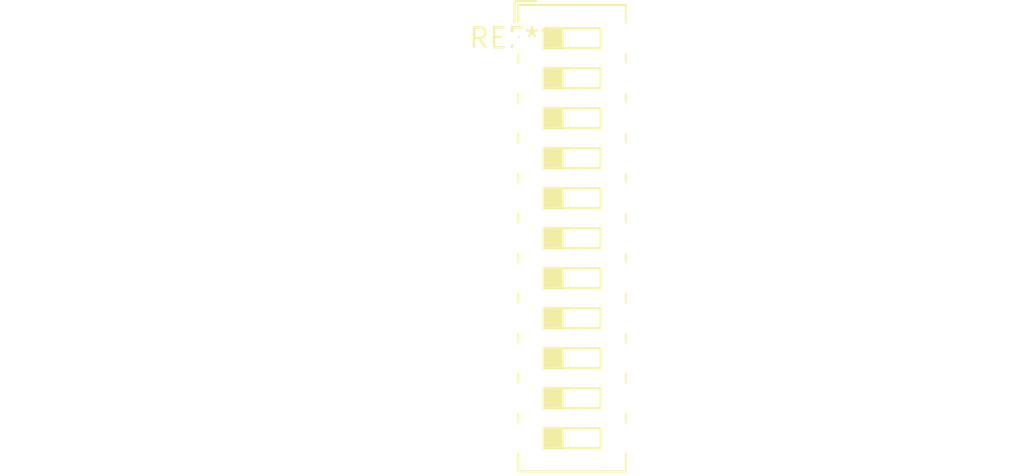
<source format=kicad_pcb>
(kicad_pcb (version 20240108) (generator pcbnew)
  (layers (0 "F.Cu" signal) (31 "B.Cu" signal) (34 "B.Paste" user) (35 "F.Paste" user) (36 "B.SilkS" user "B.Silkscreen") (37 "F.SilkS" user "F.Silkscreen") (38 "B.Mask" user) (39 "F.Mask" user) (44 "Edge.Cuts" user))
  (net 0 "")
  (footprint "SW_DIP_SPSTx11_Slide_6.7x29.5mm_W7.62mm_P2.54mm_LowProfile" (layer "F.Cu") (at 0 0)
    (property "Reference" "REF**")
    (property "Value" "SW_DIP_SPSTx11_Slide_6.7x29.5mm_W7.62mm_P2.54mm_LowProfile")
    (fp_line (start 0.16 -2.35) (end 0.16 -1.04) (layer "F.SilkS") (stroke (width 0.12)))
    (fp_line (start 0.16 -2.35) (end 1.543 -2.35) (layer "F.SilkS") (stroke (width 0.12)))
    (fp_line (start 0.4 -2.11) (end 0.4 -1.04) (layer "F.SilkS") (stroke (width 0.12)))
    (fp_line (start 0.4 -2.11) (end 7.221 -2.11) (layer "F.SilkS") (stroke (width 0.12)))
    (fp_line (start 0.4 1.04) (end 0.4 1.551) (layer "F.SilkS") (stroke (width 0.12)))
    (fp_line (start 0.4 3.53) (end 0.4 4.091) (layer "F.SilkS") (stroke (width 0.12)))
    (fp_line (start 0.4 6.07) (end 0.4 6.631) (layer "F.SilkS") (stroke (width 0.12)))
    (fp_line (start 0.4 8.61) (end 0.4 9.17) (layer "F.SilkS") (stroke (width 0.12)))
    (fp_line (start 0.4 11.15) (end 0.4 11.71) (layer "F.SilkS") (stroke (width 0.12)))
    (fp_line (start 0.4 13.69) (end 0.4 14.25) (layer "F.SilkS") (stroke (width 0.12)))
    (fp_line (start 0.4 16.23) (end 0.4 16.79) (layer "F.SilkS") (stroke (width 0.12)))
    (fp_line (start 0.4 18.77) (end 0.4 19.33) (layer "F.SilkS") (stroke (width 0.12)))
    (fp_line (start 0.4 21.31) (end 0.4 21.87) (layer "F.SilkS") (stroke (width 0.12)))
    (fp_line (start 0.4 23.85) (end 0.4 24.41) (layer "F.SilkS") (stroke (width 0.12)))
    (fp_line (start 0.4 26.39) (end 0.4 27.51) (layer "F.SilkS") (stroke (width 0.12)))
    (fp_line (start 0.4 27.51) (end 7.221 27.51) (layer "F.SilkS") (stroke (width 0.12)))
    (fp_line (start 2 -0.635) (end 2 0.635) (layer "F.SilkS") (stroke (width 0.12)))
    (fp_line (start 2 -0.515) (end 3.206667 -0.515) (layer "F.SilkS") (stroke (width 0.12)))
    (fp_line (start 2 -0.395) (end 3.206667 -0.395) (layer "F.SilkS") (stroke (width 0.12)))
    (fp_line (start 2 -0.275) (end 3.206667 -0.275) (layer "F.SilkS") (stroke (width 0.12)))
    (fp_line (start 2 -0.155) (end 3.206667 -0.155) (layer "F.SilkS") (stroke (width 0.12)))
    (fp_line (start 2 -0.035) (end 3.206667 -0.035) (layer "F.SilkS") (stroke (width 0.12)))
    (fp_line (start 2 0.085) (end 3.206667 0.085) (layer "F.SilkS") (stroke (width 0.12)))
    (fp_line (start 2 0.205) (end 3.206667 0.205) (layer "F.SilkS") (stroke (width 0.12)))
    (fp_line (start 2 0.325) (end 3.206667 0.325) (layer "F.SilkS") (stroke (width 0.12)))
    (fp_line (start 2 0.445) (end 3.206667 0.445) (layer "F.SilkS") (stroke (width 0.12)))
    (fp_line (start 2 0.565) (end 3.206667 0.565) (layer "F.SilkS") (stroke (width 0.12)))
    (fp_line (start 2 0.635) (end 5.62 0.635) (layer "F.SilkS") (stroke (width 0.12)))
    (fp_line (start 2 1.905) (end 2 3.175) (layer "F.SilkS") (stroke (width 0.12)))
    (fp_line (start 2 2.025) (end 3.206667 2.025) (layer "F.SilkS") (stroke (width 0.12)))
    (fp_line (start 2 2.145) (end 3.206667 2.145) (layer "F.SilkS") (stroke (width 0.12)))
    (fp_line (start 2 2.265) (end 3.206667 2.265) (layer "F.SilkS") (stroke (width 0.12)))
    (fp_line (start 2 2.385) (end 3.206667 2.385) (layer "F.SilkS") (stroke (width 0.12)))
    (fp_line (start 2 2.505) (end 3.206667 2.505) (layer "F.SilkS") (stroke (width 0.12)))
    (fp_line (start 2 2.625) (end 3.206667 2.625) (layer "F.SilkS") (stroke (width 0.12)))
    (fp_line (start 2 2.745) (end 3.206667 2.745) (layer "F.SilkS") (stroke (width 0.12)))
    (fp_line (start 2 2.865) (end 3.206667 2.865) (layer "F.SilkS") (stroke (width 0.12)))
    (fp_line (start 2 2.985) (end 3.206667 2.985) (layer "F.SilkS") (stroke (width 0.12)))
    (fp_line (start 2 3.105) (end 3.206667 3.105) (layer "F.SilkS") (stroke (width 0.12)))
    (fp_line (start 2 3.175) (end 5.62 3.175) (layer "F.SilkS") (stroke (width 0.12)))
    (fp_line (start 2 4.445) (end 2 5.715) (layer "F.SilkS") (stroke (width 0.12)))
    (fp_line (start 2 4.565) (end 3.206667 4.565) (layer "F.SilkS") (stroke (width 0.12)))
    (fp_line (start 2 4.685) (end 3.206667 4.685) (layer "F.SilkS") (stroke (width 0.12)))
    (fp_line (start 2 4.805) (end 3.206667 4.805) (layer "F.SilkS") (stroke (width 0.12)))
    (fp_line (start 2 4.925) (end 3.206667 4.925) (layer "F.SilkS") (stroke (width 0.12)))
    (fp_line (start 2 5.045) (end 3.206667 5.045) (layer "F.SilkS") (stroke (width 0.12)))
    (fp_line (start 2 5.165) (end 3.206667 5.165) (layer "F.SilkS") (stroke (width 0.12)))
    (fp_line (start 2 5.285) (end 3.206667 5.285) (layer "F.SilkS") (stroke (width 0.12)))
    (fp_line (start 2 5.405) (end 3.206667 5.405) (layer "F.SilkS") (stroke (width 0.12)))
    (fp_line (start 2 5.525) (end 3.206667 5.525) (layer "F.SilkS") (stroke (width 0.12)))
    (fp_line (start 2 5.645) (end 3.206667 5.645) (layer "F.SilkS") (stroke (width 0.12)))
    (fp_line (start 2 5.715) (end 5.62 5.715) (layer "F.SilkS") (stroke (width 0.12)))
    (fp_line (start 2 6.985) (end 2 8.255) (layer "F.SilkS") (stroke (width 0.12)))
    (fp_line (start 2 7.105) (end 3.206667 7.105) (layer "F.SilkS") (stroke (width 0.12)))
    (fp_line (start 2 7.225) (end 3.206667 7.225) (layer "F.SilkS") (stroke (width 0.12)))
    (fp_line (start 2 7.345) (end 3.206667 7.345) (layer "F.SilkS") (stroke (width 0.12)))
    (fp_line (start 2 7.465) (end 3.206667 7.465) (layer "F.SilkS") (stroke (width 0.12)))
    (fp_line (start 2 7.585) (end 3.206667 7.585) (layer "F.SilkS") (stroke (width 0.12)))
    (fp_line (start 2 7.705) (end 3.206667 7.705) (layer "F.SilkS") (stroke (width 0.12)))
    (fp_line (start 2 7.825) (end 3.206667 7.825) (layer "F.SilkS") (stroke (width 0.12)))
    (fp_line (start 2 7.945) (end 3.206667 7.945) (layer "F.SilkS") (stroke (width 0.12)))
    (fp_line (start 2 8.065) (end 3.206667 8.065) (layer "F.SilkS") (stroke (width 0.12)))
    (fp_line (start 2 8.185) (end 3.206667 8.185) (layer "F.SilkS") (stroke (width 0.12)))
    (fp_line (start 2 8.255) (end 5.62 8.255) (layer "F.SilkS") (stroke (width 0.12)))
    (fp_line (start 2 9.525) (end 2 10.795) (layer "F.SilkS") (stroke (width 0.12)))
    (fp_line (start 2 9.645) (end 3.206667 9.645) (layer "F.SilkS") (stroke (width 0.12)))
    (fp_line (start 2 9.765) (end 3.206667 9.765) (layer "F.SilkS") (stroke (width 0.12)))
    (fp_line (start 2 9.885) (end 3.206667 9.885) (layer "F.SilkS") (stroke (width 0.12)))
    (fp_line (start 2 10.005) (end 3.206667 10.005) (layer "F.SilkS") (stroke (width 0.12)))
    (fp_line (start 2 10.125) (end 3.206667 10.125) (layer "F.SilkS") (stroke (width 0.12)))
    (fp_line (start 2 10.245) (end 3.206667 10.245) (layer "F.SilkS") (stroke (width 0.12)))
    (fp_line (start 2 10.365) (end 3.206667 10.365) (layer "F.SilkS") (stroke (width 0.12)))
    (fp_line (start 2 10.485) (end 3.206667 10.485) (layer "F.SilkS") (stroke (width 0.12)))
    (fp_line (start 2 10.605) (end 3.206667 10.605) (layer "F.SilkS") (stroke (width 0.12)))
    (fp_line (start 2 10.725) (end 3.206667 10.725) (layer "F.SilkS") (stroke (width 0.12)))
    (fp_line (start 2 10.795) (end 5.62 10.795) (layer "F.SilkS") (stroke (width 0.12)))
    (fp_line (start 2 12.065) (end 2 13.335) (layer "F.SilkS") (stroke (width 0.12)))
    (fp_line (start 2 12.185) (end 3.206667 12.185) (layer "F.SilkS") (stroke (width 0.12)))
    (fp_line (start 2 12.305) (end 3.206667 12.305) (layer "F.SilkS") (stroke (width 0.12)))
    (fp_line (start 2 12.425) (end 3.206667 12.425) (layer "F.SilkS") (stroke (width 0.12)))
    (fp_line (start 2 12.545) (end 3.206667 12.545) (layer "F.SilkS") (stroke (width 0.12)))
    (fp_line (start 2 12.665) (end 3.206667 12.665) (layer "F.SilkS") (stroke (width 0.12)))
    (fp_line (start 2 12.785) (end 3.206667 12.785) (layer "F.SilkS") (stroke (width 0.12)))
    (fp_line (start 2 12.905) (end 3.206667 12.905) (layer "F.SilkS") (stroke (width 0.12)))
    (fp_line (start 2 13.025) (end 3.206667 13.025) (layer "F.SilkS") (stroke (width 0.12)))
    (fp_line (start 2 13.145) (end 3.206667 13.145) (layer "F.SilkS") (stroke (width 0.12)))
    (fp_line (start 2 13.265) (end 3.206667 13.265) (layer "F.SilkS") (stroke (width 0.12)))
    (fp_line (start 2 13.335) (end 5.62 13.335) (layer "F.SilkS") (stroke (width 0.12)))
    (fp_line (start 2 14.605) (end 2 15.875) (layer "F.SilkS") (stroke (width 0.12)))
    (fp_line (start 2 14.725) (end 3.206667 14.725) (layer "F.SilkS") (stroke (width 0.12)))
    (fp_line (start 2 14.845) (end 3.206667 14.845) (layer "F.SilkS") (stroke (width 0.12)))
    (fp_line (start 2 14.965) (end 3.206667 14.965) (layer "F.SilkS") (stroke (width 0.12)))
    (fp_line (start 2 15.085) (end 3.206667 15.085) (layer "F.SilkS") (stroke (width 0.12)))
    (fp_line (start 2 15.205) (end 3.206667 15.205) (layer "F.SilkS") (stroke (width 0.12)))
    (fp_line (start 2 15.325) (end 3.206667 15.325) (layer "F.SilkS") (stroke (width 0.12)))
    (fp_line (start 2 15.445) (end 3.206667 15.445) (layer "F.SilkS") (stroke (width 0.12)))
    (fp_line (start 2 15.565) (end 3.206667 15.565) (layer "F.SilkS") (stroke (width 0.12)))
    (fp_line (start 2 15.685) (end 3.206667 15.685) (layer "F.SilkS") (stroke (width 0.12)))
    (fp_line (start 2 15.805) (end 3.206667 15.805) (layer "F.SilkS") (stroke (width 0.12)))
    (fp_line (start 2 15.875) (end 5.62 15.875) (layer "F.SilkS") (stroke (width 0.12)))
    (fp_line (start 2 17.145) (end 2 18.415) (layer "F.SilkS") (stroke (width 0.12)))
    (fp_line (start 2 17.265) (end 3.206667 17.265) (layer "F.SilkS") (stroke (width 0.12)))
    (fp_line (start 2 17.385) (end 3.206667 17.385) (layer "F.SilkS") (stroke (width 0.12)))
    (fp_line (start 2 17.505) (end 3.206667 17.505) (layer "F.SilkS") (stroke (width 0.12)))
    (fp_line (start 2 17.625) (end 3.206667 17.625) (layer "F.SilkS") (stroke (width 0.12)))
    (fp_line (start 2 17.745) (end 3.206667 17.745) (layer "F.SilkS") (stroke (width 0.12)))
    (fp_line (start 2 17.865) (end 3.206667 17.865) (layer "F.SilkS") (stroke (width 0.12)))
    (fp_line (start 2 17.985) (end 3.206667 17.985) (layer "F.SilkS") (stroke (width 0.12)))
    (fp_line (start 2 18.105) (end 3.206667 18.105) (layer "F.SilkS") (stroke (width 0.12)))
    (fp_line (start 2 18.225) (end 3.206667 18.225) (layer "F.SilkS") (stroke (width 0.12)))
    (fp_line (start 2 18.345) (end 3.206667 18.345) (layer "F.SilkS") (stroke (width 0.12)))
    (fp_line (start 2 18.415) (end 5.62 18.415) (layer "F.SilkS") (stroke (width 0.12)))
    (fp_line (start 2 19.685) (end 2 20.955) (layer "F.SilkS") (stroke (width 0.12)))
    (fp_line (start 2 19.805) (end 3.206667 19.805) (layer "F.SilkS") (stroke (width 0.12)))
    (fp_line (start 2 19.925) (end 3.206667 19.925) (layer "F.SilkS") (stroke (width 0.12)))
    (fp_line (start 2 20.045) (end 3.206667 20.045) (layer "F.SilkS") (stroke (width 0.12)))
    (fp_line (start 2 20.165) (end 3.206667 20.165) (layer "F.SilkS") (stroke (width 0.12)))
    (fp_line (start 2 20.285) (end 3.206667 20.285) (layer "F.SilkS") (stroke (width 0.12)))
    (fp_line (start 2 20.405) (end 3.206667 20.405) (layer "F.SilkS") (stroke (width 0.12)))
    (fp_line (start 2 20.525) (end 3.206667 20.525) (layer "F.SilkS") (stroke (width 0.12)))
    (fp_line (start 2 20.645) (end 3.206667 20.645) (layer "F.SilkS") (stroke (width 0.12)))
    (fp_line (start 2 20.765) (end 3.206667 20.765) (layer "F.SilkS") (stroke (width 0.12)))
    (fp_line (start 2 20.885) (end 3.206667 20.885) (layer "F.SilkS") (stroke (width 0.12)))
    (fp_line (start 2 20.955) (end 5.62 20.955) (layer "F.SilkS") (stroke (width 0.12)))
    (fp_line (start 2 22.225) (end 2 23.495) (layer "F.SilkS") (stroke (width 0.12)))
    (fp_line (start 2 22.345) (end 3.206667 22.345) (layer "F.SilkS") (stroke (width 0.12)))
    (fp_line (start 2 22.465) (end 3.206667 22.465) (layer "F.SilkS") (stroke (width 0.12)))
    (fp_line (start 2 22.585) (end 3.206667 22.585) (layer "F.SilkS") (stroke (width 0.12)))
    (fp_line (start 2 22.705) (end 3.206667 22.705) (layer "F.SilkS") (stroke (width 0.12)))
    (fp_line (start 2 22.825) (end 3.206667 22.825) (layer "F.SilkS") (stroke (width 0.12)))
    (fp_line (start 2 22.945) (end 3.206667 22.945) (layer "F.SilkS") (stroke (width 0.12)))
    (fp_line (start 2 23.065) (end 3.206667 23.065) (layer "F.SilkS") (stroke (width 0.12)))
    (fp_line (start 2 23.185) (end 3.206667 23.185) (layer "F.SilkS") (stroke (width 0.12)))
    (fp_line (start 2 23.305) (end 3.206667 23.305) (layer "F.SilkS") (stroke (width 0.12)))
    (fp_line (start 2 23.425) (end 3.206667 23.425) (layer "F.SilkS") (stroke (width 0.12)))
    (fp_line (start 2 23.495) (end 5.62 23.495) (layer "F.SilkS") (stroke (width 0.12)))
    (fp_line (start 2 24.765) (end 2 26.035) (layer "F.SilkS") (stroke (width 0.12)))
    (fp_line (start 2 24.885) (end 3.206667 24.885) (layer "F.SilkS") (stroke (width 0.12)))
    (fp_line (start 2 25.005) (end 3.206667 25.005) (layer "F.SilkS") (stroke (width 0.12)))
    (fp_line (start 2 25.125) (end 3.206667 25.125) (layer "F.SilkS") (stroke (width 0.12)))
    (fp_line (start 2 25.245) (end 3.206667 25.245) (layer "F.SilkS") (stroke (width 0.12)))
    (fp_line (start 2 25.365) (end 3.206667 25.365) (layer "F.SilkS") (stroke (width 0.12)))
    (fp_line (start 2 25.485) (end 3.206667 25.485) (layer "F.SilkS") (stroke (width 0.12)))
    (fp_line (start 2 25.605) (end 3.206667 25.605) (layer "F.SilkS") (stroke (width 0.12)))
    (fp_line (start 2 25.725) (end 3.206667 25.725) (layer "F.SilkS") (stroke (width 0.12)))
    (fp_line (start 2 25.845) (end 3.206667 25.845) (layer "F.SilkS") (stroke (width 0.12)))
    (fp_line (start 2 25.965) (end 3.206667 25.965) (layer "F.SilkS") (stroke (width 0.12)))
    (fp_line (start 2 26.035) (end 5.62 26.035) (layer "F.SilkS") (stroke (width 0.12)))
    (fp_line (start 3.206667 -0.635) (end 3.206667 0.635) (layer "F.SilkS") (stroke (width 0.12)))
    (fp_line (start 3.206667 1.905) (end 3.206667 3.175) (layer "F.SilkS") (stroke (width 0.12)))
    (fp_line (start 3.206667 4.445) (end 3.206667 5.715) (layer "F.SilkS") (stroke (width 0.12)))
    (fp_line (start 3.206667 6.985) (end 3.206667 8.255) (layer "F.SilkS") (stroke (width 0.12)))
    (fp_line (start 3.206667 9.525) (end 3.206667 10.795) (layer "F.SilkS") (stroke (width 0.12)))
    (fp_line (start 3.206667 12.065) (end 3.206667 13.335) (layer "F.SilkS") (stroke (width 0.12)))
    (fp_line (start 3.206667 14.605) (end 3.206667 15.875) (layer "F.SilkS") (stroke (width 0.12)))
    (fp_line (start 3.206667 17.145) (end 3.206667 18.415) (layer "F.SilkS") (stroke (width 0.12)))
    (fp_line (start 3.206667 19.685) (end 3.206667 20.955) (layer "F.SilkS") (stroke (width 0.12)))
    (fp_line (start 3.206667 22.225) (end 3.206667 23.495) (layer "F.SilkS") (stroke (width 0.12)))
    (fp_line (start 3.206667 24.765) (end 3.206667 26.035) (layer "F.SilkS") (stroke (width 0.12)))
    (fp_line (start 5.62 -0.635) (end 2 -0.635) (layer "F.SilkS") (stroke (width 0.12)))
    (fp_line (start 5.62 0.635) (end 5.62 -0.635) (layer "F.SilkS") (stroke (width 0.12)))
    (fp_line (start 5.62 1.905) (end 2 1.905) (layer "F.SilkS") (stroke (width 0.12)))
    (fp_line (start 5.62 3.175) (end 5.62 1.905) (layer "F.SilkS") (stroke (width 0.12)))
    (fp_line (start 5.62 4.445) (end 2 4.445) (layer "F.SilkS") (stroke (width 0.12)))
    (fp_line (start 5.62 5.715) (end 5.62 4.445) (layer "F.SilkS") (stroke (width 0.12)))
    (fp_line (start 5.62 6.985) (end 2 6.985) (layer "F.SilkS") (stroke (width 0.12)))
    (fp_line (start 5.62 8.255) (end 5.62 6.985) (layer "F.SilkS") (stroke (width 0.12)))
    (fp_line (start 5.62 9.525) (end 2 9.525) (layer "F.SilkS") (stroke (width 0.12)))
    (fp_line (start 5.62 10.795) (end 5.62 9.525) (layer "F.SilkS") (stroke (width 0.12)))
    (fp_line (start 5.62 12.065) (end 2 12.065) (layer "F.SilkS") (stroke (width 0.12)))
    (fp_line (start 5.62 13.335) (end 5.62 12.065) (layer "F.SilkS") (stroke (width 0.12)))
    (fp_line (start 5.62 14.605) (end 2 14.605) (layer "F.SilkS") (stroke (width 0.12)))
    (fp_line (start 5.62 15.875) (end 5.62 14.605) (layer "F.SilkS") (stroke (width 0.12)))
    (fp_line (start 5.62 17.145) (end 2 17.145) (layer "F.SilkS") (stroke (width 0.12)))
    (fp_line (start 5.62 18.415) (end 5.62 17.145) (layer "F.SilkS") (stroke (width 0.12)))
    (fp_line (start 5.62 19.685) (end 2 19.685) (layer "F.SilkS") (stroke (width 0.12)))
    (fp_line (start 5.62 20.955) (end 5.62 19.685) (layer "F.SilkS") (stroke (width 0.12)))
    (fp_line (start 5.62 22.225) (end 2 22.225) (layer "F.SilkS") (stroke (width 0.12)))
    (fp_line (start 5.62 23.495) (end 5.62 22.225) (layer "F.SilkS") (stroke (width 0.12)))
    (fp_line (start 5.62 24.765) (end 2 24.765) (layer "F.SilkS") (stroke (width 0.12)))
    (fp_line (start 5.62 26.035) (end 5.62 24.765) (layer "F.SilkS") (stroke (width 0.12)))
    (fp_line (start 7.221 -2.11) (end 7.221 -0.99) (layer "F.SilkS") (stroke (width 0.12)))
    (fp_line (start 7.221 0.991) (end 7.221 1.551) (layer "F.SilkS") (stroke (width 0.12)))
    (fp_line (start 7.221 3.531) (end 7.221 4.091) (layer "F.SilkS") (stroke (width 0.12)))
    (fp_line (start 7.221 6.071) (end 7.221 6.631) (layer "F.SilkS") (stroke (width 0.12)))
    (fp_line (start 7.221 8.611) (end 7.221 9.171) (layer "F.SilkS") (stroke (width 0.12)))
    (fp_line (start 7.221 11.151) (end 7.221 11.711) (layer "F.SilkS") (stroke (width 0.12)))
    (fp_line (start 7.221 13.691) (end 7.221 14.251) (layer "F.SilkS") (stroke (width 0.12)))
    (fp_line (start 7.221 16.231) (end 7.221 16.79) (layer "F.SilkS") (stroke (width 0.12)))
    (fp_line (start 7.221 18.771) (end 7.221 19.33) (layer "F.SilkS") (stroke (width 0.12)))
    (fp_line (start 7.221 21.311) (end 7.221 21.87) (layer "F.SilkS") (stroke (width 0.12)))
    (fp_line (start 7.221 23.85) (end 7.221 24.41) (layer "F.SilkS") (stroke (width 0.12)))
    (fp_line (start 7.221 26.39) (end 7.221 27.51) (layer "F.SilkS") (stroke (width 0.12)))
    (pad "1" thru_hole rect (at 0 0) (size 1.6 1.6) (drill 0.8) (layers *.Cu *.Mask) (remove_unused_layers))
    (pad "2" thru_hole oval (at 0 2.54) (size 1.6 1.6) (drill 0.8) (layers *.Cu *.Mask) (remove_unused_layers))
    (pad "3" thru_hole oval (at 0 5.08) (size 1.6 1.6) (drill 0.8) (layers *.Cu *.Mask) (remove_unused_layers))
    (pad "4" thru_hole oval (at 0 7.62) (size 1.6 1.6) (drill 0.8) (layers *.Cu *.Mask) (remove_unused_layers))
    (pad "5" thru_hole oval (at 0 10.16) (size 1.6 1.6) (drill 0.8) (layers *.Cu *.Mask) (remove_unused_layers))
    (pad "6" thru_hole oval (at 0 12.7) (size 1.6 1.6) (drill 0.8) (layers *.Cu *.Mask) (remove_unused_layers))
    (pad "7" thru_hole oval (at 0 15.24) (size 1.6 1.6) (drill 0.8) (layers *.Cu *.Mask) (remove_unused_layers))
    (pad "8" thru_hole oval (at 0 17.78) (size 1.6 1.6) (drill 0.8) (layers *.Cu *.Mask) (remove_unused_layers))
    (pad "9" thru_hole oval (at 0 20.32) (size 1.6 1.6) (drill 0.8) (layers *.Cu *.Mask) (remove_unused_layers))
    (pad "10" thru_hole oval (at 0 22.86) (size 1.6 1.6) (drill 0.8) (layers *.Cu *.Mask) (remove_unused_layers))
    (pad "11" thru_hole oval (at 0 25.4) (size 1.6 1.6) (drill 0.8) (layers *.Cu *.Mask) (remove_unused_layers))
    (pad "12" thru_hole oval (at 7.62 25.4) (size 1.6 1.6) (drill 0.8) (layers *.Cu *.Mask) (remove_unused_layers))
    (pad "13" thru_hole oval (at 7.62 22.86) (size 1.6 1.6) (drill 0.8) (layers *.Cu *.Mask) (remove_unused_layers))
    (pad "14" thru_hole oval (at 7.62 20.32) (size 1.6 1.6) (drill 0.8) (layers *.Cu *.Mask) (remove_unused_layers))
    (pad "15" thru_hole oval (at 7.62 17.78) (size 1.6 1.6) (drill 0.8) (layers *.Cu *.Mask) (remove_unused_layers))
    (pad "16" thru_hole oval (at 7.62 15.24) (size 1.6 1.6) (drill 0.8) (layers *.Cu *.Mask) (remove_unused_layers))
    (pad "17" thru_hole oval (at 7.62 12.7) (size 1.6 1.6) (drill 0.8) (layers *.Cu *.Mask) (remove_unused_layers))
    (pad "18" thru_hole oval (at 7.62 10.16) (size 1.6 1.6) (drill 0.8) (layers *.Cu *.Mask) (remove_unused_layers))
    (pad "19" thru_hole oval (at 7.62 7.62) (size 1.6 1.6) (drill 0.8) (layers *.Cu *.Mask) (remove_unused_layers))
    (pad "20" thru_hole oval (at 7.62 5.08) (size 1.6 1.6) (drill 0.8) (layers *.Cu *.Mask) (remove_unused_layers))
    (pad "21" thru_hole oval (at 7.62 2.54) (size 1.6 1.6) (drill 0.8) (layers *.Cu *.Mask) (remove_unused_layers))
    (pad "22" thru_hole oval (at 7.62 0) (size 1.6 1.6) (drill 0.8) (layers *.Cu *.Mask) (remove_unused_layers))
  )
)
</source>
